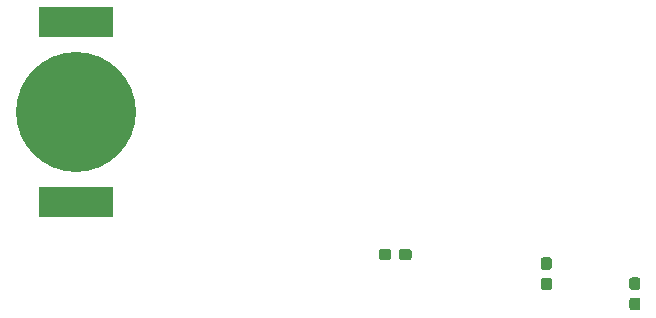
<source format=gbr>
%TF.GenerationSoftware,KiCad,Pcbnew,(5.1.10)-1*%
%TF.CreationDate,2021-12-04T17:03:40-06:00*%
%TF.ProjectId,blackbox_rev1,626c6163-6b62-46f7-985f-726576312e6b,rev?*%
%TF.SameCoordinates,Original*%
%TF.FileFunction,Paste,Top*%
%TF.FilePolarity,Positive*%
%FSLAX46Y46*%
G04 Gerber Fmt 4.6, Leading zero omitted, Abs format (unit mm)*
G04 Created by KiCad (PCBNEW (5.1.10)-1) date 2021-12-04 17:03:40*
%MOMM*%
%LPD*%
G01*
G04 APERTURE LIST*
%ADD10C,10.160000*%
%ADD11R,6.350000X2.540000*%
G04 APERTURE END LIST*
%TO.C,C3*%
G36*
G01*
X108543100Y-56088400D02*
X108068100Y-56088400D01*
G75*
G02*
X107830600Y-55850900I0J237500D01*
G01*
X107830600Y-55250900D01*
G75*
G02*
X108068100Y-55013400I237500J0D01*
G01*
X108543100Y-55013400D01*
G75*
G02*
X108780600Y-55250900I0J-237500D01*
G01*
X108780600Y-55850900D01*
G75*
G02*
X108543100Y-56088400I-237500J0D01*
G01*
G37*
G36*
G01*
X108543100Y-57813400D02*
X108068100Y-57813400D01*
G75*
G02*
X107830600Y-57575900I0J237500D01*
G01*
X107830600Y-56975900D01*
G75*
G02*
X108068100Y-56738400I237500J0D01*
G01*
X108543100Y-56738400D01*
G75*
G02*
X108780600Y-56975900I0J-237500D01*
G01*
X108780600Y-57575900D01*
G75*
G02*
X108543100Y-57813400I-237500J0D01*
G01*
G37*
%TD*%
%TO.C,C2*%
G36*
G01*
X100575100Y-55036600D02*
X101050100Y-55036600D01*
G75*
G02*
X101287600Y-55274100I0J-237500D01*
G01*
X101287600Y-55874100D01*
G75*
G02*
X101050100Y-56111600I-237500J0D01*
G01*
X100575100Y-56111600D01*
G75*
G02*
X100337600Y-55874100I0J237500D01*
G01*
X100337600Y-55274100D01*
G75*
G02*
X100575100Y-55036600I237500J0D01*
G01*
G37*
G36*
G01*
X100575100Y-53311600D02*
X101050100Y-53311600D01*
G75*
G02*
X101287600Y-53549100I0J-237500D01*
G01*
X101287600Y-54149100D01*
G75*
G02*
X101050100Y-54386600I-237500J0D01*
G01*
X100575100Y-54386600D01*
G75*
G02*
X100337600Y-54149100I0J237500D01*
G01*
X100337600Y-53549100D01*
G75*
G02*
X100575100Y-53311600I237500J0D01*
G01*
G37*
%TD*%
%TO.C,C1*%
G36*
G01*
X88336000Y-53323500D02*
X88336000Y-52848500D01*
G75*
G02*
X88573500Y-52611000I237500J0D01*
G01*
X89173500Y-52611000D01*
G75*
G02*
X89411000Y-52848500I0J-237500D01*
G01*
X89411000Y-53323500D01*
G75*
G02*
X89173500Y-53561000I-237500J0D01*
G01*
X88573500Y-53561000D01*
G75*
G02*
X88336000Y-53323500I0J237500D01*
G01*
G37*
G36*
G01*
X86611000Y-53323500D02*
X86611000Y-52848500D01*
G75*
G02*
X86848500Y-52611000I237500J0D01*
G01*
X87448500Y-52611000D01*
G75*
G02*
X87686000Y-52848500I0J-237500D01*
G01*
X87686000Y-53323500D01*
G75*
G02*
X87448500Y-53561000I-237500J0D01*
G01*
X86848500Y-53561000D01*
G75*
G02*
X86611000Y-53323500I0J237500D01*
G01*
G37*
%TD*%
D10*
%TO.C,BT1*%
X60960000Y-41021000D03*
D11*
X60960000Y-48641000D03*
X60960000Y-33401000D03*
%TD*%
M02*

</source>
